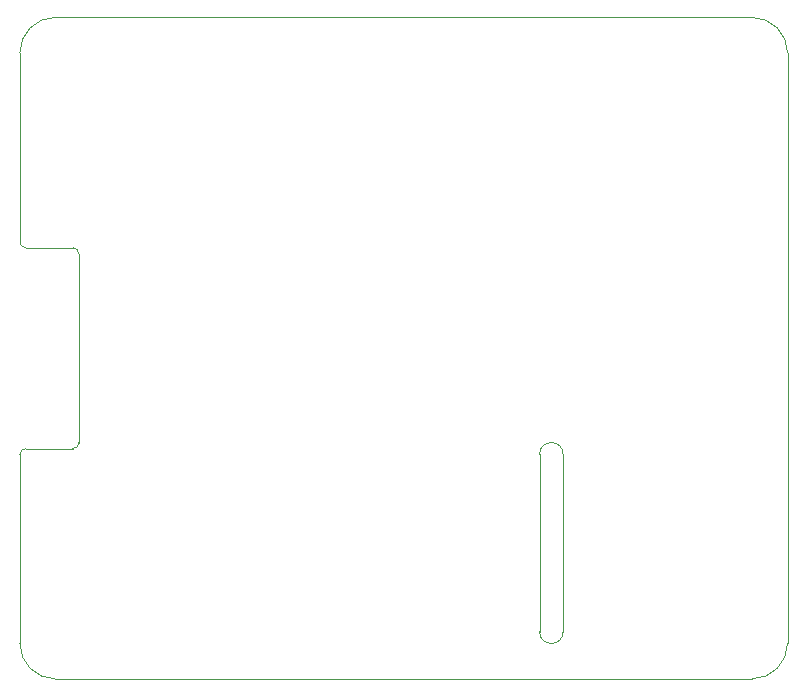
<source format=gbr>
%TF.GenerationSoftware,KiCad,Pcbnew,8.0.9*%
%TF.CreationDate,2025-09-23T01:05:25+07:00*%
%TF.ProjectId,CAN_Shield,43414e5f-5368-4696-956c-642e6b696361,rev?*%
%TF.SameCoordinates,Original*%
%TF.FileFunction,Profile,NP*%
%FSLAX46Y46*%
G04 Gerber Fmt 4.6, Leading zero omitted, Abs format (unit mm)*
G04 Created by KiCad (PCBNEW 8.0.9) date 2025-09-23 01:05:25*
%MOMM*%
%LPD*%
G01*
G04 APERTURE LIST*
%TA.AperFunction,Profile*%
%ADD10C,0.100000*%
%TD*%
G04 APERTURE END LIST*
D10*
X500000Y36500000D02*
G75*
G02*
X0Y37000000I0J500000D01*
G01*
X62000000Y56000000D02*
G75*
G02*
X65000000Y53000000I0J-3000000D01*
G01*
X65000000Y3000000D02*
X65000000Y53000000D01*
X0Y53000000D02*
X0Y37000000D01*
X46000000Y19000000D02*
X46000000Y4000000D01*
X44000000Y4000000D02*
X44000000Y19000000D01*
X3000000Y0D02*
G75*
G02*
X0Y3000000I0J3000000D01*
G01*
X3000000Y0D02*
X62000000Y0D01*
X4500000Y19500000D02*
X500000Y19500000D01*
X44000000Y19000000D02*
G75*
G02*
X46000000Y19000000I1000000J0D01*
G01*
X0Y19000000D02*
G75*
G02*
X499127Y19499999I500000J0D01*
G01*
X65000000Y3000000D02*
G75*
G02*
X62000000Y0I-3000000J0D01*
G01*
X5000000Y36000000D02*
X5000000Y20000000D01*
X0Y53000000D02*
G75*
G02*
X3000000Y56000000I3000000J0D01*
G01*
X46000000Y4000000D02*
G75*
G02*
X44000000Y4000000I-1000000J0D01*
G01*
X0Y19000000D02*
X0Y3000000D01*
X500000Y36500000D02*
X4500000Y36500000D01*
X5000000Y20000000D02*
G75*
G02*
X4500000Y19500000I-500000J0D01*
G01*
X4500000Y36500000D02*
G75*
G02*
X5000000Y36000000I0J-500000D01*
G01*
X62000000Y56000000D02*
X3000000Y56000000D01*
M02*

</source>
